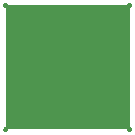
<source format=gbr>
G04 ===== Begin FILE IDENTIFICATION =====*
G04 File Format:  Gerber RS274X*
G04 ===== End FILE IDENTIFICATION =====*
%FSLAX24Y24*%
%MOIN*%
%SFA1.0000B1.0000*%
%OFA0.0B0.0*%
%ADD10C,0.000984*%
%LNsilk_screen*%
%IPPOS*%
%LPD*%
G75*
G36*
G01X2063Y1988D02*
G01X2053Y1989D01*
G01X2043Y1992D01*
G01X2033Y1996D01*
G01X2024Y2001D01*
G01X2015Y2008D01*
G01X2008Y2015D01*
G01X2001Y2024D01*
G01X1996Y2033D01*
G01X1992Y2043D01*
G01X1989Y2053D01*
G01X1988Y2063D01*
G01X1989Y2074D01*
G01X1990Y2084D01*
G01X1993Y2095D01*
G01X1998Y2104D01*
G01X2003Y2113D01*
G01X2010Y2121D01*
G01X2018Y2129D01*
G01X2027Y2135D01*
G01X2036Y2139D01*
G01X2046Y2143D01*
G01X2056Y2145D01*
G01X2067Y2146D01*
G01Y6122D01*
G01X2056Y6123D01*
G01X2046Y6125D01*
G01X2036Y6128D01*
G01X2027Y6133D01*
G01X2018Y6139D01*
G01X2010Y6146D01*
G01X2003Y6154D01*
G01X1998Y6163D01*
G01X1993Y6173D01*
G01X1990Y6183D01*
G01X1989Y6194D01*
G01X1988Y6204D01*
G01X1989Y6215D01*
G01X1992Y6225D01*
G01X1996Y6235D01*
G01X2001Y6244D01*
G01X2008Y6253D01*
G01X2015Y6260D01*
G01X2024Y6266D01*
G01X2033Y6272D01*
G01X2043Y6276D01*
G01X2053Y6278D01*
G01X2063Y6279D01*
G01X2074D01*
G01X2084Y6278D01*
G01X2095Y6274D01*
G01X2104Y6270D01*
G01X2113Y6264D01*
G01X2121Y6258D01*
G01X2129Y6250D01*
G01X2135Y6241D01*
G01X2139Y6232D01*
G01X2143Y6222D01*
G01X2145Y6211D01*
G01X2146Y6201D01*
G01X6122D01*
G01X6123Y6211D01*
G01X6125Y6222D01*
G01X6128Y6232D01*
G01X6133Y6241D01*
G01X6139Y6250D01*
G01X6146Y6258D01*
G01X6154Y6264D01*
G01X6163Y6270D01*
G01X6173Y6274D01*
G01X6183Y6278D01*
G01X6194Y6279D01*
G01X6204D01*
G01X6215Y6278D01*
G01X6225Y6276D01*
G01X6235Y6272D01*
G01X6244Y6266D01*
G01X6253Y6260D01*
G01X6260Y6253D01*
G01X6266Y6244D01*
G01X6272Y6235D01*
G01X6276Y6225D01*
G01X6278Y6215D01*
G01X6279Y6204D01*
G01Y6194D01*
G01X6278Y6183D01*
G01X6274Y6173D01*
G01X6270Y6163D01*
G01X6264Y6154D01*
G01X6258Y6146D01*
G01X6250Y6139D01*
G01X6241Y6133D01*
G01X6232Y6128D01*
G01X6222Y6125D01*
G01X6211Y6123D01*
G01X6201Y6122D01*
G01Y2146D01*
G01X6211Y2145D01*
G01X6222Y2143D01*
G01X6232Y2139D01*
G01X6241Y2135D01*
G01X6250Y2129D01*
G01X6258Y2121D01*
G01X6264Y2113D01*
G01X6270Y2104D01*
G01X6274Y2095D01*
G01X6278Y2084D01*
G01X6279Y2074D01*
G01Y2063D01*
G01X6278Y2053D01*
G01X6276Y2043D01*
G01X6272Y2033D01*
G01X6266Y2024D01*
G01X6260Y2015D01*
G01X6253Y2008D01*
G01X6244Y2001D01*
G01X6235Y1996D01*
G01X6225Y1992D01*
G01X6215Y1989D01*
G01X6204Y1988D01*
G01X6194Y1989D01*
G01X6183Y1990D01*
G01X6173Y1993D01*
G01X6163Y1998D01*
G01X6154Y2003D01*
G01X6146Y2010D01*
G01X6139Y2018D01*
G01X6133Y2027D01*
G01X6128Y2036D01*
G01X6125Y2046D01*
G01X6123Y2056D01*
G01X6122Y2067D01*
G01X2146D01*
G01X2145Y2056D01*
G01X2143Y2046D01*
G01X2139Y2036D01*
G01X2135Y2027D01*
G01X2129Y2018D01*
G01X2121Y2010D01*
G01X2113Y2003D01*
G01X2104Y1998D01*
G01X2095Y1993D01*
G01X2084Y1990D01*
G01X2074Y1989D01*
G01X2063Y1988D01*
G37*
M02*


</source>
